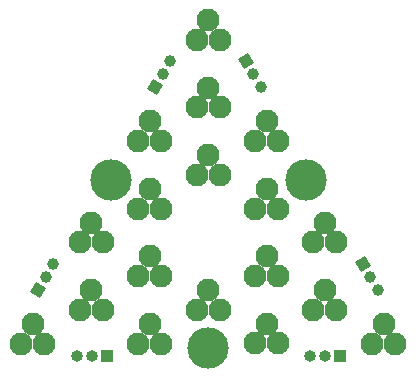
<source format=gbr>
%TF.GenerationSoftware,KiCad,Pcbnew,6.0.4-6f826c9f35~116~ubuntu18.04.1*%
%TF.CreationDate,2022-11-28T19:03:47+03:00*%
%TF.ProjectId,free_dry_electrodes_16x3_4cm,66726565-5f64-4727-995f-656c65637472,rev?*%
%TF.SameCoordinates,Original*%
%TF.FileFunction,Soldermask,Bot*%
%TF.FilePolarity,Negative*%
%FSLAX46Y46*%
G04 Gerber Fmt 4.6, Leading zero omitted, Abs format (unit mm)*
G04 Created by KiCad (PCBNEW 6.0.4-6f826c9f35~116~ubuntu18.04.1) date 2022-11-28 19:03:47*
%MOMM*%
%LPD*%
G01*
G04 APERTURE LIST*
G04 Aperture macros list*
%AMHorizOval*
0 Thick line with rounded ends*
0 $1 width*
0 $2 $3 position (X,Y) of the first rounded end (center of the circle)*
0 $4 $5 position (X,Y) of the second rounded end (center of the circle)*
0 Add line between two ends*
20,1,$1,$2,$3,$4,$5,0*
0 Add two circle primitives to create the rounded ends*
1,1,$1,$2,$3*
1,1,$1,$4,$5*%
%AMRotRect*
0 Rectangle, with rotation*
0 The origin of the aperture is its center*
0 $1 length*
0 $2 width*
0 $3 Rotation angle, in degrees counterclockwise*
0 Add horizontal line*
21,1,$1,$2,0,0,$3*%
G04 Aperture macros list end*
%ADD10C,3.500000*%
%ADD11RotRect,1.000000X1.000000X150.000000*%
%ADD12HorizOval,1.000000X0.000000X0.000000X0.000000X0.000000X0*%
%ADD13HorizOval,1.000000X0.000000X0.000000X0.000000X0.000000X0*%
%ADD14RotRect,1.000000X1.000000X30.000000*%
%ADD15R,1.000000X1.000000*%
%ADD16O,1.000000X1.000000*%
%ADD17O,1.950000X1.950000*%
G04 APERTURE END LIST*
D10*
%TO.C,REF\u002A\u002A*%
X0Y-9525000D03*
%TD*%
D11*
%TO.C,J22*%
X-14385653Y-4596682D03*
D12*
X-13750653Y-3496830D03*
X-13115653Y-2396977D03*
%TD*%
D13*
%TO.C,J21*%
X14364512Y-4560064D03*
X13729512Y-3460211D03*
D14*
X13094512Y-2360359D03*
%TD*%
%TO.C,J19*%
X3188106Y14798039D03*
D13*
X3823106Y13698187D03*
X4458106Y12598334D03*
%TD*%
D15*
%TO.C,J24*%
X-8605600Y-10160000D03*
D16*
X-9875600Y-10160000D03*
X-11145600Y-10160000D03*
%TD*%
D11*
%TO.C,J20*%
X-4477508Y12564730D03*
D12*
X-3842508Y13664582D03*
X-3207508Y14764435D03*
%TD*%
D10*
%TO.C,REF\u002A\u002A*%
X-8248892Y4762500D03*
%TD*%
%TO.C,REF\u002A\u002A*%
X8248892Y4762500D03*
%TD*%
D15*
%TO.C,J23*%
X11150600Y-10160000D03*
D16*
X9880600Y-10160000D03*
X8610600Y-10160000D03*
%TD*%
D17*
%TO.C,J1*%
X0Y18270000D03*
X-974278Y16582501D03*
X974278Y16582500D03*
%TD*%
%TO.C,J4*%
X-4949335Y9697500D03*
X-5923613Y8010001D03*
X-3975057Y8010000D03*
%TD*%
%TO.C,J14*%
X4937059Y-7426238D03*
X3962781Y-9113737D03*
X5911337Y-9113738D03*
%TD*%
%TO.C,J3*%
X4949335Y9697500D03*
X3975057Y8010001D03*
X5923613Y8010000D03*
%TD*%
%TO.C,J10*%
X9874119Y-4575825D03*
X8899841Y-6263324D03*
X10848397Y-6263325D03*
%TD*%
%TO.C,J18*%
X-4949335Y-1732500D03*
X-5923613Y-3419999D03*
X-3975057Y-3420000D03*
%TD*%
%TO.C,J5*%
X4949335Y3982500D03*
X3975057Y2295001D03*
X5923613Y2295000D03*
%TD*%
%TO.C,J2*%
X0Y12555000D03*
X-974278Y10867501D03*
X974278Y10867500D03*
%TD*%
%TO.C,J16*%
X-14848006Y-7447500D03*
X-15822284Y-9134999D03*
X-13873728Y-9135000D03*
%TD*%
%TO.C,J6*%
X-4949335Y3982500D03*
X-5923613Y2295001D03*
X-3975057Y2295000D03*
%TD*%
%TO.C,J12*%
X-9898670Y-4590000D03*
X-10872948Y-6277499D03*
X-8924392Y-6277500D03*
%TD*%
%TO.C,J7*%
X9874119Y1125000D03*
X8899841Y-562499D03*
X10848397Y-562500D03*
%TD*%
%TO.C,J17*%
X4949335Y-1732500D03*
X3975057Y-3419999D03*
X5923613Y-3420000D03*
%TD*%
%TO.C,J8*%
X0Y6840000D03*
X-974278Y5152501D03*
X974278Y5152500D03*
%TD*%
%TO.C,J15*%
X-4949335Y-7447500D03*
X-5923613Y-9134999D03*
X-3975057Y-9135000D03*
%TD*%
%TO.C,J13*%
X14848006Y-7447500D03*
X13873728Y-9134999D03*
X15822284Y-9135000D03*
%TD*%
%TO.C,J9*%
X-9898670Y1125000D03*
X-10872948Y-562499D03*
X-8924392Y-562500D03*
%TD*%
%TO.C,J11*%
X0Y-4590000D03*
X-974278Y-6277499D03*
X974278Y-6277500D03*
%TD*%
M02*

</source>
